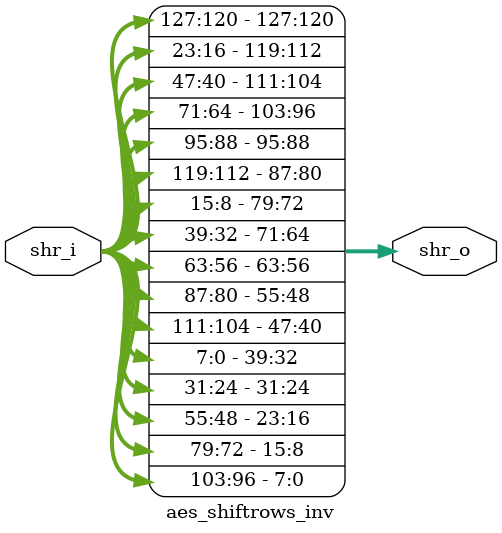
<source format=v>
module aes_shiftrows_inv(
    input wire [127:0] shr_i,
    output wire [127:0] shr_o
);

assign shr_o = {
    shr_i[127:120], shr_i[ 23: 16], shr_i[ 47: 40], shr_i[ 71: 64],
    shr_i[ 95: 88], shr_i[119:112], shr_i[ 15:  8], shr_i[ 39: 32],
    shr_i[ 63: 56], shr_i[ 87: 80], shr_i[111:104], shr_i[  7:  0],
    shr_i[ 31: 24], shr_i[ 55: 48], shr_i[ 79: 72], shr_i[103: 96]
};

endmodule

</source>
